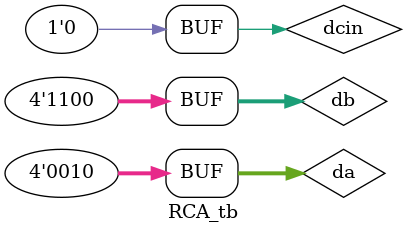
<source format=v>
module RCA(
           input [3:0]da,db,
           input dcin,
           output [3:0]dsum,
           output dcarry
           );
         
         //dataflow
         assign {dcarry,dsum}=da+db+dcin;

 endmodule

 //testbench
 module RCA_tb();
    reg [3:0]da,db;
    reg dcin;
    wire [3:0]dsum;
    wire dcarry;

    //instantiation
    RCA R1(da,db,dcin,dsum,dcarry);

    initial
    begin
    da=4'b0010;db=4'b1100;dcin=1'b0;#10;
    end
    initial
    $monitor("da=%b db=%b dcin=%b dsum=%b dcarry=%b Time=%t",da,db,dcin,dsum,dcarry,$time);
    endmodule

</source>
